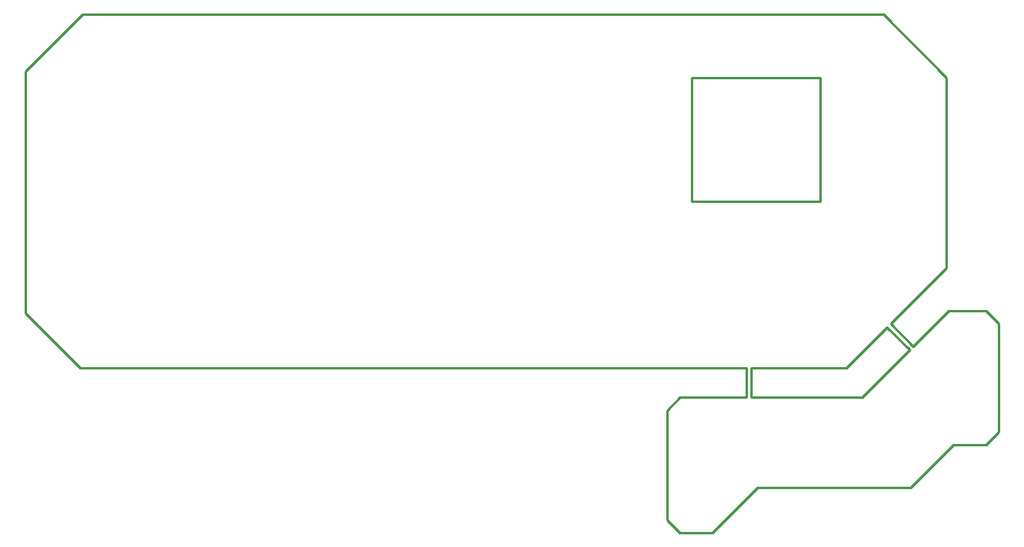
<source format=gbr>
G04 EAGLE Gerber RS-274X export*
G75*
%MOMM*%
%FSLAX34Y34*%
%LPD*%
%IN*%
%IPPOS*%
%AMOC8*
5,1,8,0,0,1.08239X$1,22.5*%
G01*
%ADD10C,0.254000*%


D10*
X-949960Y444500D02*
X-891540Y386080D01*
X-180340Y386080D01*
X-180340Y354330D01*
X-251460Y354330D01*
X-265430Y340360D01*
X-265430Y223520D01*
X-251460Y209550D01*
X-217170Y209550D01*
X-168910Y257810D01*
X-5080Y257810D01*
X40640Y303530D01*
X74930Y303530D01*
X88900Y317500D01*
X88900Y433070D01*
X74930Y447040D01*
X35560Y447040D01*
X-2540Y408940D01*
X-26670Y433070D01*
X33020Y492760D01*
X33020Y695960D01*
X-34290Y763270D01*
X-889000Y763270D01*
X-949960Y702310D01*
X-949960Y444500D01*
X-175260Y354330D02*
X-57150Y354330D01*
X-6350Y405130D01*
X-30480Y429260D01*
X-73660Y386080D01*
X-175260Y386080D01*
X-175260Y354330D01*
X-238760Y563880D02*
X-101600Y563880D01*
X-101600Y695960D01*
X-238760Y695960D01*
X-238760Y563880D01*
M02*

</source>
